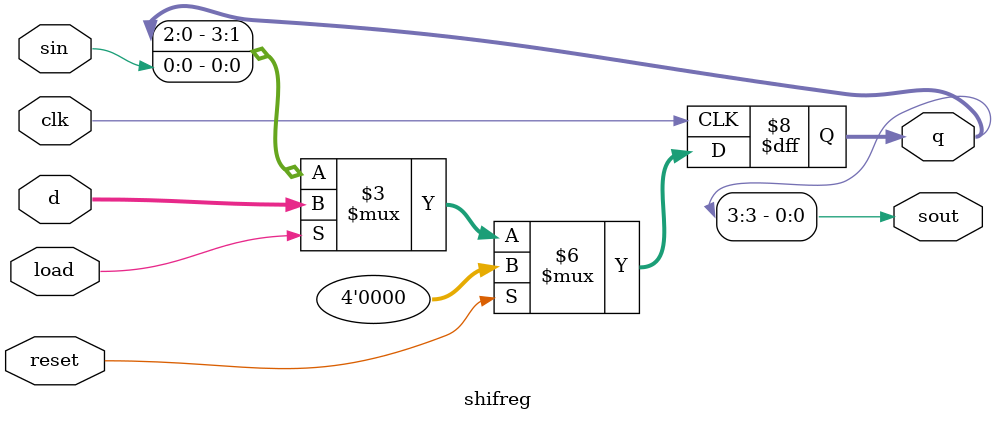
<source format=sv>
module shifreg(input logic clk,
					input logic reset, load,
					input logic sin,
					input logic [3:0] d,
					output logic [3:0] q,
					output logic sout);
				always_ff @(posedge clk)
					if(reset)	q<=0;
					else if (load) q <=d;
					else q<= {q[2:0], sin};
				assign sout = q [3];
endmodule

</source>
